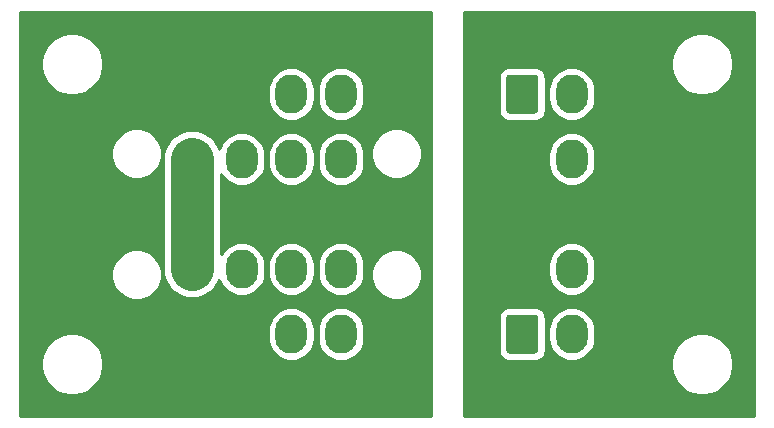
<source format=gbr>
%TF.GenerationSoftware,KiCad,Pcbnew,(5.1.9)-1*%
%TF.CreationDate,2021-11-10T12:24:04-07:00*%
%TF.ProjectId,ABSIS_Bulkhead_Connector,41425349-535f-4427-956c-6b686561645f,rev?*%
%TF.SameCoordinates,Original*%
%TF.FileFunction,Copper,L3,Inr*%
%TF.FilePolarity,Positive*%
%FSLAX46Y46*%
G04 Gerber Fmt 4.6, Leading zero omitted, Abs format (unit mm)*
G04 Created by KiCad (PCBNEW (5.1.9)-1) date 2021-11-10 12:24:04*
%MOMM*%
%LPD*%
G01*
G04 APERTURE LIST*
%TA.AperFunction,ComponentPad*%
%ADD10O,2.700000X3.300000*%
%TD*%
%TA.AperFunction,Conductor*%
%ADD11C,3.657600*%
%TD*%
%TA.AperFunction,Conductor*%
%ADD12C,0.254000*%
%TD*%
%TA.AperFunction,Conductor*%
%ADD13C,0.100000*%
%TD*%
G04 APERTURE END LIST*
D10*
%TO.N,/BL_DATA*%
%TO.C,J4*%
X146440000Y-78320000D03*
%TO.N,/BL_GND*%
X142240000Y-78320000D03*
%TO.N,/BL_+5V*%
X146440000Y-83820000D03*
%TA.AperFunction,ComponentPad*%
G36*
G01*
X140890000Y-85219999D02*
X140890000Y-82420001D01*
G75*
G02*
X141140001Y-82170000I250001J0D01*
G01*
X143339999Y-82170000D01*
G75*
G02*
X143590000Y-82420001I0J-250001D01*
G01*
X143590000Y-85219999D01*
G75*
G02*
X143339999Y-85470000I-250001J0D01*
G01*
X141140001Y-85470000D01*
G75*
G02*
X140890000Y-85219999I0J250001D01*
G01*
G37*
%TD.AperFunction*%
%TD*%
%TO.N,/ABSIS_+12V*%
%TO.C,J3*%
X126900000Y-78320000D03*
%TO.N,/ABSIS_+5V*%
X122700000Y-78320000D03*
X118500000Y-78320000D03*
%TO.N,/ABSIS_+3.3V*%
X114300000Y-78320000D03*
%TO.N,/ABSIS_+12V*%
X126900000Y-83820000D03*
X122700000Y-83820000D03*
%TO.N,/ABSIS_GND*%
X118500000Y-83820000D03*
%TA.AperFunction,ComponentPad*%
G36*
G01*
X112950000Y-85219999D02*
X112950000Y-82420001D01*
G75*
G02*
X113200001Y-82170000I250001J0D01*
G01*
X115399999Y-82170000D01*
G75*
G02*
X115650000Y-82420001I0J-250001D01*
G01*
X115650000Y-85219999D01*
G75*
G02*
X115399999Y-85470000I-250001J0D01*
G01*
X113200001Y-85470000D01*
G75*
G02*
X112950000Y-85219999I0J250001D01*
G01*
G37*
%TD.AperFunction*%
%TD*%
%TO.N,/BL_DATA*%
%TO.C,J2*%
X146440000Y-69000000D03*
%TO.N,/BL_GND*%
X142240000Y-69000000D03*
%TO.N,/BL_+5V*%
X146440000Y-63500000D03*
%TA.AperFunction,ComponentPad*%
G36*
G01*
X140890000Y-64899999D02*
X140890000Y-62100001D01*
G75*
G02*
X141140001Y-61850000I250001J0D01*
G01*
X143339999Y-61850000D01*
G75*
G02*
X143590000Y-62100001I0J-250001D01*
G01*
X143590000Y-64899999D01*
G75*
G02*
X143339999Y-65150000I-250001J0D01*
G01*
X141140001Y-65150000D01*
G75*
G02*
X140890000Y-64899999I0J250001D01*
G01*
G37*
%TD.AperFunction*%
%TD*%
%TO.N,/ABSIS_+12V*%
%TO.C,J1*%
X126900000Y-69000000D03*
%TO.N,/ABSIS_+5V*%
X122700000Y-69000000D03*
X118500000Y-69000000D03*
%TO.N,/ABSIS_+3.3V*%
X114300000Y-69000000D03*
%TO.N,/ABSIS_+12V*%
X126900000Y-63500000D03*
X122700000Y-63500000D03*
%TO.N,/ABSIS_GND*%
X118500000Y-63500000D03*
%TA.AperFunction,ComponentPad*%
G36*
G01*
X112950000Y-64899999D02*
X112950000Y-62100001D01*
G75*
G02*
X113200001Y-61850000I250001J0D01*
G01*
X115399999Y-61850000D01*
G75*
G02*
X115650000Y-62100001I0J-250001D01*
G01*
X115650000Y-64899999D01*
G75*
G02*
X115399999Y-65150000I-250001J0D01*
G01*
X113200001Y-65150000D01*
G75*
G02*
X112950000Y-64899999I0J250001D01*
G01*
G37*
%TD.AperFunction*%
%TD*%
D11*
%TO.N,/ABSIS_+3.3V*%
X114300000Y-78320000D02*
X114300000Y-69000000D01*
%TD*%
D12*
%TO.N,/ABSIS_GND*%
X134493000Y-90780000D02*
X99720000Y-90780000D01*
X99720000Y-86100475D01*
X101505000Y-86100475D01*
X101505000Y-86619525D01*
X101606261Y-87128601D01*
X101804893Y-87608141D01*
X102093262Y-88039715D01*
X102460285Y-88406738D01*
X102891859Y-88695107D01*
X103371399Y-88893739D01*
X103880475Y-88995000D01*
X104399525Y-88995000D01*
X104908601Y-88893739D01*
X105388141Y-88695107D01*
X105819715Y-88406738D01*
X106186738Y-88039715D01*
X106475107Y-87608141D01*
X106673739Y-87128601D01*
X106775000Y-86619525D01*
X106775000Y-86100475D01*
X106673739Y-85591399D01*
X106475107Y-85111859D01*
X106186738Y-84680285D01*
X105819715Y-84313262D01*
X105388141Y-84024893D01*
X104908601Y-83826261D01*
X104399525Y-83725000D01*
X103880475Y-83725000D01*
X103371399Y-83826261D01*
X102891859Y-84024893D01*
X102460285Y-84313262D01*
X102093262Y-84680285D01*
X101804893Y-85111859D01*
X101606261Y-85591399D01*
X101505000Y-86100475D01*
X99720000Y-86100475D01*
X99720000Y-83422491D01*
X120715000Y-83422491D01*
X120715000Y-84217510D01*
X120743722Y-84509128D01*
X120857226Y-84883302D01*
X121041547Y-85228143D01*
X121289603Y-85530398D01*
X121591858Y-85778453D01*
X121936699Y-85962774D01*
X122310873Y-86076278D01*
X122700000Y-86114604D01*
X123089128Y-86076278D01*
X123463302Y-85962774D01*
X123808143Y-85778453D01*
X124110398Y-85530398D01*
X124358453Y-85228143D01*
X124542774Y-84883302D01*
X124656278Y-84509127D01*
X124685000Y-84217509D01*
X124685000Y-83422491D01*
X124915000Y-83422491D01*
X124915000Y-84217510D01*
X124943722Y-84509128D01*
X125057226Y-84883302D01*
X125241547Y-85228143D01*
X125489603Y-85530398D01*
X125791858Y-85778453D01*
X126136699Y-85962774D01*
X126510873Y-86076278D01*
X126900000Y-86114604D01*
X127289128Y-86076278D01*
X127663302Y-85962774D01*
X128008143Y-85778453D01*
X128310398Y-85530398D01*
X128558453Y-85228143D01*
X128742774Y-84883302D01*
X128856278Y-84509127D01*
X128885000Y-84217509D01*
X128885000Y-83422490D01*
X128856278Y-83130872D01*
X128742774Y-82756698D01*
X128558453Y-82411857D01*
X128310398Y-82109602D01*
X128008143Y-81861547D01*
X127663301Y-81677226D01*
X127289127Y-81563722D01*
X126900000Y-81525396D01*
X126510872Y-81563722D01*
X126136698Y-81677226D01*
X125791857Y-81861547D01*
X125489602Y-82109602D01*
X125241547Y-82411857D01*
X125057226Y-82756699D01*
X124943722Y-83130873D01*
X124915000Y-83422491D01*
X124685000Y-83422491D01*
X124685000Y-83422490D01*
X124656278Y-83130872D01*
X124542774Y-82756698D01*
X124358453Y-82411857D01*
X124110398Y-82109602D01*
X123808143Y-81861547D01*
X123463301Y-81677226D01*
X123089127Y-81563722D01*
X122700000Y-81525396D01*
X122310872Y-81563722D01*
X121936698Y-81677226D01*
X121591857Y-81861547D01*
X121289602Y-82109602D01*
X121041547Y-82411857D01*
X120857226Y-82756699D01*
X120743722Y-83130873D01*
X120715000Y-83422491D01*
X99720000Y-83422491D01*
X99720000Y-78569721D01*
X107465000Y-78569721D01*
X107465000Y-78990279D01*
X107547047Y-79402756D01*
X107707988Y-79791302D01*
X107941637Y-80140983D01*
X108239017Y-80438363D01*
X108588698Y-80672012D01*
X108977244Y-80832953D01*
X109389721Y-80915000D01*
X109810279Y-80915000D01*
X110222756Y-80832953D01*
X110611302Y-80672012D01*
X110960983Y-80438363D01*
X111258363Y-80140983D01*
X111492012Y-79791302D01*
X111652953Y-79402756D01*
X111735000Y-78990279D01*
X111735000Y-78569721D01*
X111709403Y-78441036D01*
X111836200Y-78441036D01*
X111871849Y-78802988D01*
X112012732Y-79267416D01*
X112241513Y-79695436D01*
X112549401Y-80070599D01*
X112924563Y-80378487D01*
X113352583Y-80607268D01*
X113817011Y-80748151D01*
X114300000Y-80795721D01*
X114782988Y-80748151D01*
X115247416Y-80607268D01*
X115675436Y-80378487D01*
X116050599Y-80070599D01*
X116358487Y-79695437D01*
X116587268Y-79267417D01*
X116604670Y-79210049D01*
X116657226Y-79383302D01*
X116841547Y-79728143D01*
X117089603Y-80030398D01*
X117391858Y-80278453D01*
X117736699Y-80462774D01*
X118110873Y-80576278D01*
X118500000Y-80614604D01*
X118889128Y-80576278D01*
X119263302Y-80462774D01*
X119608143Y-80278453D01*
X119910398Y-80030398D01*
X120158453Y-79728143D01*
X120342774Y-79383302D01*
X120456278Y-79009127D01*
X120485000Y-78717509D01*
X120485000Y-77922491D01*
X120715000Y-77922491D01*
X120715000Y-78717510D01*
X120743722Y-79009128D01*
X120857226Y-79383302D01*
X121041547Y-79728143D01*
X121289603Y-80030398D01*
X121591858Y-80278453D01*
X121936699Y-80462774D01*
X122310873Y-80576278D01*
X122700000Y-80614604D01*
X123089128Y-80576278D01*
X123463302Y-80462774D01*
X123808143Y-80278453D01*
X124110398Y-80030398D01*
X124358453Y-79728143D01*
X124542774Y-79383302D01*
X124656278Y-79009127D01*
X124685000Y-78717509D01*
X124685000Y-77922491D01*
X124915000Y-77922491D01*
X124915000Y-78717510D01*
X124943722Y-79009128D01*
X125057226Y-79383302D01*
X125241547Y-79728143D01*
X125489603Y-80030398D01*
X125791858Y-80278453D01*
X126136699Y-80462774D01*
X126510873Y-80576278D01*
X126900000Y-80614604D01*
X127289128Y-80576278D01*
X127663302Y-80462774D01*
X128008143Y-80278453D01*
X128310398Y-80030398D01*
X128558453Y-79728143D01*
X128742774Y-79383302D01*
X128856278Y-79009127D01*
X128885000Y-78717509D01*
X128885000Y-78569721D01*
X129465000Y-78569721D01*
X129465000Y-78990279D01*
X129547047Y-79402756D01*
X129707988Y-79791302D01*
X129941637Y-80140983D01*
X130239017Y-80438363D01*
X130588698Y-80672012D01*
X130977244Y-80832953D01*
X131389721Y-80915000D01*
X131810279Y-80915000D01*
X132222756Y-80832953D01*
X132611302Y-80672012D01*
X132960983Y-80438363D01*
X133258363Y-80140983D01*
X133492012Y-79791302D01*
X133652953Y-79402756D01*
X133735000Y-78990279D01*
X133735000Y-78569721D01*
X133652953Y-78157244D01*
X133492012Y-77768698D01*
X133258363Y-77419017D01*
X132960983Y-77121637D01*
X132611302Y-76887988D01*
X132222756Y-76727047D01*
X131810279Y-76645000D01*
X131389721Y-76645000D01*
X130977244Y-76727047D01*
X130588698Y-76887988D01*
X130239017Y-77121637D01*
X129941637Y-77419017D01*
X129707988Y-77768698D01*
X129547047Y-78157244D01*
X129465000Y-78569721D01*
X128885000Y-78569721D01*
X128885000Y-77922490D01*
X128856278Y-77630872D01*
X128742774Y-77256698D01*
X128558453Y-76911857D01*
X128310398Y-76609602D01*
X128008143Y-76361547D01*
X127663301Y-76177226D01*
X127289127Y-76063722D01*
X126900000Y-76025396D01*
X126510872Y-76063722D01*
X126136698Y-76177226D01*
X125791857Y-76361547D01*
X125489602Y-76609602D01*
X125241547Y-76911857D01*
X125057226Y-77256699D01*
X124943722Y-77630873D01*
X124915000Y-77922491D01*
X124685000Y-77922491D01*
X124685000Y-77922490D01*
X124656278Y-77630872D01*
X124542774Y-77256698D01*
X124358453Y-76911857D01*
X124110398Y-76609602D01*
X123808143Y-76361547D01*
X123463301Y-76177226D01*
X123089127Y-76063722D01*
X122700000Y-76025396D01*
X122310872Y-76063722D01*
X121936698Y-76177226D01*
X121591857Y-76361547D01*
X121289602Y-76609602D01*
X121041547Y-76911857D01*
X120857226Y-77256699D01*
X120743722Y-77630873D01*
X120715000Y-77922491D01*
X120485000Y-77922491D01*
X120485000Y-77922490D01*
X120456278Y-77630872D01*
X120342774Y-77256698D01*
X120158453Y-76911857D01*
X119910398Y-76609602D01*
X119608143Y-76361547D01*
X119263301Y-76177226D01*
X118889127Y-76063722D01*
X118500000Y-76025396D01*
X118110872Y-76063722D01*
X117736698Y-76177226D01*
X117391857Y-76361547D01*
X117089602Y-76609602D01*
X116841547Y-76911857D01*
X116763800Y-77057312D01*
X116763800Y-70262688D01*
X116841547Y-70408143D01*
X117089603Y-70710398D01*
X117391858Y-70958453D01*
X117736699Y-71142774D01*
X118110873Y-71256278D01*
X118500000Y-71294604D01*
X118889128Y-71256278D01*
X119263302Y-71142774D01*
X119608143Y-70958453D01*
X119910398Y-70710398D01*
X120158453Y-70408143D01*
X120342774Y-70063302D01*
X120456278Y-69689127D01*
X120485000Y-69397509D01*
X120485000Y-68602491D01*
X120715000Y-68602491D01*
X120715000Y-69397510D01*
X120743722Y-69689128D01*
X120857226Y-70063302D01*
X121041547Y-70408143D01*
X121289603Y-70710398D01*
X121591858Y-70958453D01*
X121936699Y-71142774D01*
X122310873Y-71256278D01*
X122700000Y-71294604D01*
X123089128Y-71256278D01*
X123463302Y-71142774D01*
X123808143Y-70958453D01*
X124110398Y-70710398D01*
X124358453Y-70408143D01*
X124542774Y-70063302D01*
X124656278Y-69689127D01*
X124685000Y-69397509D01*
X124685000Y-68602491D01*
X124915000Y-68602491D01*
X124915000Y-69397510D01*
X124943722Y-69689128D01*
X125057226Y-70063302D01*
X125241547Y-70408143D01*
X125489603Y-70710398D01*
X125791858Y-70958453D01*
X126136699Y-71142774D01*
X126510873Y-71256278D01*
X126900000Y-71294604D01*
X127289128Y-71256278D01*
X127663302Y-71142774D01*
X128008143Y-70958453D01*
X128310398Y-70710398D01*
X128558453Y-70408143D01*
X128742774Y-70063302D01*
X128856278Y-69689127D01*
X128885000Y-69397509D01*
X128885000Y-68602490D01*
X128858135Y-68329721D01*
X129465000Y-68329721D01*
X129465000Y-68750279D01*
X129547047Y-69162756D01*
X129707988Y-69551302D01*
X129941637Y-69900983D01*
X130239017Y-70198363D01*
X130588698Y-70432012D01*
X130977244Y-70592953D01*
X131389721Y-70675000D01*
X131810279Y-70675000D01*
X132222756Y-70592953D01*
X132611302Y-70432012D01*
X132960983Y-70198363D01*
X133258363Y-69900983D01*
X133492012Y-69551302D01*
X133652953Y-69162756D01*
X133735000Y-68750279D01*
X133735000Y-68329721D01*
X133652953Y-67917244D01*
X133492012Y-67528698D01*
X133258363Y-67179017D01*
X132960983Y-66881637D01*
X132611302Y-66647988D01*
X132222756Y-66487047D01*
X131810279Y-66405000D01*
X131389721Y-66405000D01*
X130977244Y-66487047D01*
X130588698Y-66647988D01*
X130239017Y-66881637D01*
X129941637Y-67179017D01*
X129707988Y-67528698D01*
X129547047Y-67917244D01*
X129465000Y-68329721D01*
X128858135Y-68329721D01*
X128856278Y-68310872D01*
X128742774Y-67936698D01*
X128558453Y-67591857D01*
X128310398Y-67289602D01*
X128008143Y-67041547D01*
X127663301Y-66857226D01*
X127289127Y-66743722D01*
X126900000Y-66705396D01*
X126510872Y-66743722D01*
X126136698Y-66857226D01*
X125791857Y-67041547D01*
X125489602Y-67289602D01*
X125241547Y-67591857D01*
X125057226Y-67936699D01*
X124943722Y-68310873D01*
X124915000Y-68602491D01*
X124685000Y-68602491D01*
X124685000Y-68602490D01*
X124656278Y-68310872D01*
X124542774Y-67936698D01*
X124358453Y-67591857D01*
X124110398Y-67289602D01*
X123808143Y-67041547D01*
X123463301Y-66857226D01*
X123089127Y-66743722D01*
X122700000Y-66705396D01*
X122310872Y-66743722D01*
X121936698Y-66857226D01*
X121591857Y-67041547D01*
X121289602Y-67289602D01*
X121041547Y-67591857D01*
X120857226Y-67936699D01*
X120743722Y-68310873D01*
X120715000Y-68602491D01*
X120485000Y-68602491D01*
X120485000Y-68602490D01*
X120456278Y-68310872D01*
X120342774Y-67936698D01*
X120158453Y-67591857D01*
X119910398Y-67289602D01*
X119608143Y-67041547D01*
X119263301Y-66857226D01*
X118889127Y-66743722D01*
X118500000Y-66705396D01*
X118110872Y-66743722D01*
X117736698Y-66857226D01*
X117391857Y-67041547D01*
X117089602Y-67289602D01*
X116841547Y-67591857D01*
X116657226Y-67936699D01*
X116604671Y-68109952D01*
X116587268Y-68052583D01*
X116358487Y-67624563D01*
X116050599Y-67249401D01*
X115675437Y-66941513D01*
X115247417Y-66712732D01*
X114782989Y-66571849D01*
X114300000Y-66524279D01*
X113817012Y-66571849D01*
X113352584Y-66712732D01*
X112924564Y-66941513D01*
X112549402Y-67249401D01*
X112241514Y-67624563D01*
X112012733Y-68052583D01*
X111871850Y-68517011D01*
X111836201Y-68878963D01*
X111836200Y-78441036D01*
X111709403Y-78441036D01*
X111652953Y-78157244D01*
X111492012Y-77768698D01*
X111258363Y-77419017D01*
X110960983Y-77121637D01*
X110611302Y-76887988D01*
X110222756Y-76727047D01*
X109810279Y-76645000D01*
X109389721Y-76645000D01*
X108977244Y-76727047D01*
X108588698Y-76887988D01*
X108239017Y-77121637D01*
X107941637Y-77419017D01*
X107707988Y-77768698D01*
X107547047Y-78157244D01*
X107465000Y-78569721D01*
X99720000Y-78569721D01*
X99720000Y-68329721D01*
X107465000Y-68329721D01*
X107465000Y-68750279D01*
X107547047Y-69162756D01*
X107707988Y-69551302D01*
X107941637Y-69900983D01*
X108239017Y-70198363D01*
X108588698Y-70432012D01*
X108977244Y-70592953D01*
X109389721Y-70675000D01*
X109810279Y-70675000D01*
X110222756Y-70592953D01*
X110611302Y-70432012D01*
X110960983Y-70198363D01*
X111258363Y-69900983D01*
X111492012Y-69551302D01*
X111652953Y-69162756D01*
X111735000Y-68750279D01*
X111735000Y-68329721D01*
X111652953Y-67917244D01*
X111492012Y-67528698D01*
X111258363Y-67179017D01*
X110960983Y-66881637D01*
X110611302Y-66647988D01*
X110222756Y-66487047D01*
X109810279Y-66405000D01*
X109389721Y-66405000D01*
X108977244Y-66487047D01*
X108588698Y-66647988D01*
X108239017Y-66881637D01*
X107941637Y-67179017D01*
X107707988Y-67528698D01*
X107547047Y-67917244D01*
X107465000Y-68329721D01*
X99720000Y-68329721D01*
X99720000Y-60700475D01*
X101505000Y-60700475D01*
X101505000Y-61219525D01*
X101606261Y-61728601D01*
X101804893Y-62208141D01*
X102093262Y-62639715D01*
X102460285Y-63006738D01*
X102891859Y-63295107D01*
X103371399Y-63493739D01*
X103880475Y-63595000D01*
X104399525Y-63595000D01*
X104908601Y-63493739D01*
X105388141Y-63295107D01*
X105676410Y-63102491D01*
X120715000Y-63102491D01*
X120715000Y-63897510D01*
X120743722Y-64189128D01*
X120857226Y-64563302D01*
X121041547Y-64908143D01*
X121289603Y-65210398D01*
X121591858Y-65458453D01*
X121936699Y-65642774D01*
X122310873Y-65756278D01*
X122700000Y-65794604D01*
X123089128Y-65756278D01*
X123463302Y-65642774D01*
X123808143Y-65458453D01*
X124110398Y-65210398D01*
X124358453Y-64908143D01*
X124542774Y-64563302D01*
X124656278Y-64189127D01*
X124685000Y-63897509D01*
X124685000Y-63102491D01*
X124915000Y-63102491D01*
X124915000Y-63897510D01*
X124943722Y-64189128D01*
X125057226Y-64563302D01*
X125241547Y-64908143D01*
X125489603Y-65210398D01*
X125791858Y-65458453D01*
X126136699Y-65642774D01*
X126510873Y-65756278D01*
X126900000Y-65794604D01*
X127289128Y-65756278D01*
X127663302Y-65642774D01*
X128008143Y-65458453D01*
X128310398Y-65210398D01*
X128558453Y-64908143D01*
X128742774Y-64563302D01*
X128856278Y-64189127D01*
X128885000Y-63897509D01*
X128885000Y-63102490D01*
X128856278Y-62810872D01*
X128742774Y-62436698D01*
X128558453Y-62091857D01*
X128310398Y-61789602D01*
X128008143Y-61541547D01*
X127663301Y-61357226D01*
X127289127Y-61243722D01*
X126900000Y-61205396D01*
X126510872Y-61243722D01*
X126136698Y-61357226D01*
X125791857Y-61541547D01*
X125489602Y-61789602D01*
X125241547Y-62091857D01*
X125057226Y-62436699D01*
X124943722Y-62810873D01*
X124915000Y-63102491D01*
X124685000Y-63102491D01*
X124685000Y-63102490D01*
X124656278Y-62810872D01*
X124542774Y-62436698D01*
X124358453Y-62091857D01*
X124110398Y-61789602D01*
X123808143Y-61541547D01*
X123463301Y-61357226D01*
X123089127Y-61243722D01*
X122700000Y-61205396D01*
X122310872Y-61243722D01*
X121936698Y-61357226D01*
X121591857Y-61541547D01*
X121289602Y-61789602D01*
X121041547Y-62091857D01*
X120857226Y-62436699D01*
X120743722Y-62810873D01*
X120715000Y-63102491D01*
X105676410Y-63102491D01*
X105819715Y-63006738D01*
X106186738Y-62639715D01*
X106475107Y-62208141D01*
X106673739Y-61728601D01*
X106775000Y-61219525D01*
X106775000Y-60700475D01*
X106673739Y-60191399D01*
X106475107Y-59711859D01*
X106186738Y-59280285D01*
X105819715Y-58913262D01*
X105388141Y-58624893D01*
X104908601Y-58426261D01*
X104399525Y-58325000D01*
X103880475Y-58325000D01*
X103371399Y-58426261D01*
X102891859Y-58624893D01*
X102460285Y-58913262D01*
X102093262Y-59280285D01*
X101804893Y-59711859D01*
X101606261Y-60191399D01*
X101505000Y-60700475D01*
X99720000Y-60700475D01*
X99720000Y-56540000D01*
X134493000Y-56540000D01*
X134493000Y-90780000D01*
%TA.AperFunction,Conductor*%
D13*
G36*
X134493000Y-90780000D02*
G01*
X99720000Y-90780000D01*
X99720000Y-86100475D01*
X101505000Y-86100475D01*
X101505000Y-86619525D01*
X101606261Y-87128601D01*
X101804893Y-87608141D01*
X102093262Y-88039715D01*
X102460285Y-88406738D01*
X102891859Y-88695107D01*
X103371399Y-88893739D01*
X103880475Y-88995000D01*
X104399525Y-88995000D01*
X104908601Y-88893739D01*
X105388141Y-88695107D01*
X105819715Y-88406738D01*
X106186738Y-88039715D01*
X106475107Y-87608141D01*
X106673739Y-87128601D01*
X106775000Y-86619525D01*
X106775000Y-86100475D01*
X106673739Y-85591399D01*
X106475107Y-85111859D01*
X106186738Y-84680285D01*
X105819715Y-84313262D01*
X105388141Y-84024893D01*
X104908601Y-83826261D01*
X104399525Y-83725000D01*
X103880475Y-83725000D01*
X103371399Y-83826261D01*
X102891859Y-84024893D01*
X102460285Y-84313262D01*
X102093262Y-84680285D01*
X101804893Y-85111859D01*
X101606261Y-85591399D01*
X101505000Y-86100475D01*
X99720000Y-86100475D01*
X99720000Y-83422491D01*
X120715000Y-83422491D01*
X120715000Y-84217510D01*
X120743722Y-84509128D01*
X120857226Y-84883302D01*
X121041547Y-85228143D01*
X121289603Y-85530398D01*
X121591858Y-85778453D01*
X121936699Y-85962774D01*
X122310873Y-86076278D01*
X122700000Y-86114604D01*
X123089128Y-86076278D01*
X123463302Y-85962774D01*
X123808143Y-85778453D01*
X124110398Y-85530398D01*
X124358453Y-85228143D01*
X124542774Y-84883302D01*
X124656278Y-84509127D01*
X124685000Y-84217509D01*
X124685000Y-83422491D01*
X124915000Y-83422491D01*
X124915000Y-84217510D01*
X124943722Y-84509128D01*
X125057226Y-84883302D01*
X125241547Y-85228143D01*
X125489603Y-85530398D01*
X125791858Y-85778453D01*
X126136699Y-85962774D01*
X126510873Y-86076278D01*
X126900000Y-86114604D01*
X127289128Y-86076278D01*
X127663302Y-85962774D01*
X128008143Y-85778453D01*
X128310398Y-85530398D01*
X128558453Y-85228143D01*
X128742774Y-84883302D01*
X128856278Y-84509127D01*
X128885000Y-84217509D01*
X128885000Y-83422490D01*
X128856278Y-83130872D01*
X128742774Y-82756698D01*
X128558453Y-82411857D01*
X128310398Y-82109602D01*
X128008143Y-81861547D01*
X127663301Y-81677226D01*
X127289127Y-81563722D01*
X126900000Y-81525396D01*
X126510872Y-81563722D01*
X126136698Y-81677226D01*
X125791857Y-81861547D01*
X125489602Y-82109602D01*
X125241547Y-82411857D01*
X125057226Y-82756699D01*
X124943722Y-83130873D01*
X124915000Y-83422491D01*
X124685000Y-83422491D01*
X124685000Y-83422490D01*
X124656278Y-83130872D01*
X124542774Y-82756698D01*
X124358453Y-82411857D01*
X124110398Y-82109602D01*
X123808143Y-81861547D01*
X123463301Y-81677226D01*
X123089127Y-81563722D01*
X122700000Y-81525396D01*
X122310872Y-81563722D01*
X121936698Y-81677226D01*
X121591857Y-81861547D01*
X121289602Y-82109602D01*
X121041547Y-82411857D01*
X120857226Y-82756699D01*
X120743722Y-83130873D01*
X120715000Y-83422491D01*
X99720000Y-83422491D01*
X99720000Y-78569721D01*
X107465000Y-78569721D01*
X107465000Y-78990279D01*
X107547047Y-79402756D01*
X107707988Y-79791302D01*
X107941637Y-80140983D01*
X108239017Y-80438363D01*
X108588698Y-80672012D01*
X108977244Y-80832953D01*
X109389721Y-80915000D01*
X109810279Y-80915000D01*
X110222756Y-80832953D01*
X110611302Y-80672012D01*
X110960983Y-80438363D01*
X111258363Y-80140983D01*
X111492012Y-79791302D01*
X111652953Y-79402756D01*
X111735000Y-78990279D01*
X111735000Y-78569721D01*
X111709403Y-78441036D01*
X111836200Y-78441036D01*
X111871849Y-78802988D01*
X112012732Y-79267416D01*
X112241513Y-79695436D01*
X112549401Y-80070599D01*
X112924563Y-80378487D01*
X113352583Y-80607268D01*
X113817011Y-80748151D01*
X114300000Y-80795721D01*
X114782988Y-80748151D01*
X115247416Y-80607268D01*
X115675436Y-80378487D01*
X116050599Y-80070599D01*
X116358487Y-79695437D01*
X116587268Y-79267417D01*
X116604670Y-79210049D01*
X116657226Y-79383302D01*
X116841547Y-79728143D01*
X117089603Y-80030398D01*
X117391858Y-80278453D01*
X117736699Y-80462774D01*
X118110873Y-80576278D01*
X118500000Y-80614604D01*
X118889128Y-80576278D01*
X119263302Y-80462774D01*
X119608143Y-80278453D01*
X119910398Y-80030398D01*
X120158453Y-79728143D01*
X120342774Y-79383302D01*
X120456278Y-79009127D01*
X120485000Y-78717509D01*
X120485000Y-77922491D01*
X120715000Y-77922491D01*
X120715000Y-78717510D01*
X120743722Y-79009128D01*
X120857226Y-79383302D01*
X121041547Y-79728143D01*
X121289603Y-80030398D01*
X121591858Y-80278453D01*
X121936699Y-80462774D01*
X122310873Y-80576278D01*
X122700000Y-80614604D01*
X123089128Y-80576278D01*
X123463302Y-80462774D01*
X123808143Y-80278453D01*
X124110398Y-80030398D01*
X124358453Y-79728143D01*
X124542774Y-79383302D01*
X124656278Y-79009127D01*
X124685000Y-78717509D01*
X124685000Y-77922491D01*
X124915000Y-77922491D01*
X124915000Y-78717510D01*
X124943722Y-79009128D01*
X125057226Y-79383302D01*
X125241547Y-79728143D01*
X125489603Y-80030398D01*
X125791858Y-80278453D01*
X126136699Y-80462774D01*
X126510873Y-80576278D01*
X126900000Y-80614604D01*
X127289128Y-80576278D01*
X127663302Y-80462774D01*
X128008143Y-80278453D01*
X128310398Y-80030398D01*
X128558453Y-79728143D01*
X128742774Y-79383302D01*
X128856278Y-79009127D01*
X128885000Y-78717509D01*
X128885000Y-78569721D01*
X129465000Y-78569721D01*
X129465000Y-78990279D01*
X129547047Y-79402756D01*
X129707988Y-79791302D01*
X129941637Y-80140983D01*
X130239017Y-80438363D01*
X130588698Y-80672012D01*
X130977244Y-80832953D01*
X131389721Y-80915000D01*
X131810279Y-80915000D01*
X132222756Y-80832953D01*
X132611302Y-80672012D01*
X132960983Y-80438363D01*
X133258363Y-80140983D01*
X133492012Y-79791302D01*
X133652953Y-79402756D01*
X133735000Y-78990279D01*
X133735000Y-78569721D01*
X133652953Y-78157244D01*
X133492012Y-77768698D01*
X133258363Y-77419017D01*
X132960983Y-77121637D01*
X132611302Y-76887988D01*
X132222756Y-76727047D01*
X131810279Y-76645000D01*
X131389721Y-76645000D01*
X130977244Y-76727047D01*
X130588698Y-76887988D01*
X130239017Y-77121637D01*
X129941637Y-77419017D01*
X129707988Y-77768698D01*
X129547047Y-78157244D01*
X129465000Y-78569721D01*
X128885000Y-78569721D01*
X128885000Y-77922490D01*
X128856278Y-77630872D01*
X128742774Y-77256698D01*
X128558453Y-76911857D01*
X128310398Y-76609602D01*
X128008143Y-76361547D01*
X127663301Y-76177226D01*
X127289127Y-76063722D01*
X126900000Y-76025396D01*
X126510872Y-76063722D01*
X126136698Y-76177226D01*
X125791857Y-76361547D01*
X125489602Y-76609602D01*
X125241547Y-76911857D01*
X125057226Y-77256699D01*
X124943722Y-77630873D01*
X124915000Y-77922491D01*
X124685000Y-77922491D01*
X124685000Y-77922490D01*
X124656278Y-77630872D01*
X124542774Y-77256698D01*
X124358453Y-76911857D01*
X124110398Y-76609602D01*
X123808143Y-76361547D01*
X123463301Y-76177226D01*
X123089127Y-76063722D01*
X122700000Y-76025396D01*
X122310872Y-76063722D01*
X121936698Y-76177226D01*
X121591857Y-76361547D01*
X121289602Y-76609602D01*
X121041547Y-76911857D01*
X120857226Y-77256699D01*
X120743722Y-77630873D01*
X120715000Y-77922491D01*
X120485000Y-77922491D01*
X120485000Y-77922490D01*
X120456278Y-77630872D01*
X120342774Y-77256698D01*
X120158453Y-76911857D01*
X119910398Y-76609602D01*
X119608143Y-76361547D01*
X119263301Y-76177226D01*
X118889127Y-76063722D01*
X118500000Y-76025396D01*
X118110872Y-76063722D01*
X117736698Y-76177226D01*
X117391857Y-76361547D01*
X117089602Y-76609602D01*
X116841547Y-76911857D01*
X116763800Y-77057312D01*
X116763800Y-70262688D01*
X116841547Y-70408143D01*
X117089603Y-70710398D01*
X117391858Y-70958453D01*
X117736699Y-71142774D01*
X118110873Y-71256278D01*
X118500000Y-71294604D01*
X118889128Y-71256278D01*
X119263302Y-71142774D01*
X119608143Y-70958453D01*
X119910398Y-70710398D01*
X120158453Y-70408143D01*
X120342774Y-70063302D01*
X120456278Y-69689127D01*
X120485000Y-69397509D01*
X120485000Y-68602491D01*
X120715000Y-68602491D01*
X120715000Y-69397510D01*
X120743722Y-69689128D01*
X120857226Y-70063302D01*
X121041547Y-70408143D01*
X121289603Y-70710398D01*
X121591858Y-70958453D01*
X121936699Y-71142774D01*
X122310873Y-71256278D01*
X122700000Y-71294604D01*
X123089128Y-71256278D01*
X123463302Y-71142774D01*
X123808143Y-70958453D01*
X124110398Y-70710398D01*
X124358453Y-70408143D01*
X124542774Y-70063302D01*
X124656278Y-69689127D01*
X124685000Y-69397509D01*
X124685000Y-68602491D01*
X124915000Y-68602491D01*
X124915000Y-69397510D01*
X124943722Y-69689128D01*
X125057226Y-70063302D01*
X125241547Y-70408143D01*
X125489603Y-70710398D01*
X125791858Y-70958453D01*
X126136699Y-71142774D01*
X126510873Y-71256278D01*
X126900000Y-71294604D01*
X127289128Y-71256278D01*
X127663302Y-71142774D01*
X128008143Y-70958453D01*
X128310398Y-70710398D01*
X128558453Y-70408143D01*
X128742774Y-70063302D01*
X128856278Y-69689127D01*
X128885000Y-69397509D01*
X128885000Y-68602490D01*
X128858135Y-68329721D01*
X129465000Y-68329721D01*
X129465000Y-68750279D01*
X129547047Y-69162756D01*
X129707988Y-69551302D01*
X129941637Y-69900983D01*
X130239017Y-70198363D01*
X130588698Y-70432012D01*
X130977244Y-70592953D01*
X131389721Y-70675000D01*
X131810279Y-70675000D01*
X132222756Y-70592953D01*
X132611302Y-70432012D01*
X132960983Y-70198363D01*
X133258363Y-69900983D01*
X133492012Y-69551302D01*
X133652953Y-69162756D01*
X133735000Y-68750279D01*
X133735000Y-68329721D01*
X133652953Y-67917244D01*
X133492012Y-67528698D01*
X133258363Y-67179017D01*
X132960983Y-66881637D01*
X132611302Y-66647988D01*
X132222756Y-66487047D01*
X131810279Y-66405000D01*
X131389721Y-66405000D01*
X130977244Y-66487047D01*
X130588698Y-66647988D01*
X130239017Y-66881637D01*
X129941637Y-67179017D01*
X129707988Y-67528698D01*
X129547047Y-67917244D01*
X129465000Y-68329721D01*
X128858135Y-68329721D01*
X128856278Y-68310872D01*
X128742774Y-67936698D01*
X128558453Y-67591857D01*
X128310398Y-67289602D01*
X128008143Y-67041547D01*
X127663301Y-66857226D01*
X127289127Y-66743722D01*
X126900000Y-66705396D01*
X126510872Y-66743722D01*
X126136698Y-66857226D01*
X125791857Y-67041547D01*
X125489602Y-67289602D01*
X125241547Y-67591857D01*
X125057226Y-67936699D01*
X124943722Y-68310873D01*
X124915000Y-68602491D01*
X124685000Y-68602491D01*
X124685000Y-68602490D01*
X124656278Y-68310872D01*
X124542774Y-67936698D01*
X124358453Y-67591857D01*
X124110398Y-67289602D01*
X123808143Y-67041547D01*
X123463301Y-66857226D01*
X123089127Y-66743722D01*
X122700000Y-66705396D01*
X122310872Y-66743722D01*
X121936698Y-66857226D01*
X121591857Y-67041547D01*
X121289602Y-67289602D01*
X121041547Y-67591857D01*
X120857226Y-67936699D01*
X120743722Y-68310873D01*
X120715000Y-68602491D01*
X120485000Y-68602491D01*
X120485000Y-68602490D01*
X120456278Y-68310872D01*
X120342774Y-67936698D01*
X120158453Y-67591857D01*
X119910398Y-67289602D01*
X119608143Y-67041547D01*
X119263301Y-66857226D01*
X118889127Y-66743722D01*
X118500000Y-66705396D01*
X118110872Y-66743722D01*
X117736698Y-66857226D01*
X117391857Y-67041547D01*
X117089602Y-67289602D01*
X116841547Y-67591857D01*
X116657226Y-67936699D01*
X116604671Y-68109952D01*
X116587268Y-68052583D01*
X116358487Y-67624563D01*
X116050599Y-67249401D01*
X115675437Y-66941513D01*
X115247417Y-66712732D01*
X114782989Y-66571849D01*
X114300000Y-66524279D01*
X113817012Y-66571849D01*
X113352584Y-66712732D01*
X112924564Y-66941513D01*
X112549402Y-67249401D01*
X112241514Y-67624563D01*
X112012733Y-68052583D01*
X111871850Y-68517011D01*
X111836201Y-68878963D01*
X111836200Y-78441036D01*
X111709403Y-78441036D01*
X111652953Y-78157244D01*
X111492012Y-77768698D01*
X111258363Y-77419017D01*
X110960983Y-77121637D01*
X110611302Y-76887988D01*
X110222756Y-76727047D01*
X109810279Y-76645000D01*
X109389721Y-76645000D01*
X108977244Y-76727047D01*
X108588698Y-76887988D01*
X108239017Y-77121637D01*
X107941637Y-77419017D01*
X107707988Y-77768698D01*
X107547047Y-78157244D01*
X107465000Y-78569721D01*
X99720000Y-78569721D01*
X99720000Y-68329721D01*
X107465000Y-68329721D01*
X107465000Y-68750279D01*
X107547047Y-69162756D01*
X107707988Y-69551302D01*
X107941637Y-69900983D01*
X108239017Y-70198363D01*
X108588698Y-70432012D01*
X108977244Y-70592953D01*
X109389721Y-70675000D01*
X109810279Y-70675000D01*
X110222756Y-70592953D01*
X110611302Y-70432012D01*
X110960983Y-70198363D01*
X111258363Y-69900983D01*
X111492012Y-69551302D01*
X111652953Y-69162756D01*
X111735000Y-68750279D01*
X111735000Y-68329721D01*
X111652953Y-67917244D01*
X111492012Y-67528698D01*
X111258363Y-67179017D01*
X110960983Y-66881637D01*
X110611302Y-66647988D01*
X110222756Y-66487047D01*
X109810279Y-66405000D01*
X109389721Y-66405000D01*
X108977244Y-66487047D01*
X108588698Y-66647988D01*
X108239017Y-66881637D01*
X107941637Y-67179017D01*
X107707988Y-67528698D01*
X107547047Y-67917244D01*
X107465000Y-68329721D01*
X99720000Y-68329721D01*
X99720000Y-60700475D01*
X101505000Y-60700475D01*
X101505000Y-61219525D01*
X101606261Y-61728601D01*
X101804893Y-62208141D01*
X102093262Y-62639715D01*
X102460285Y-63006738D01*
X102891859Y-63295107D01*
X103371399Y-63493739D01*
X103880475Y-63595000D01*
X104399525Y-63595000D01*
X104908601Y-63493739D01*
X105388141Y-63295107D01*
X105676410Y-63102491D01*
X120715000Y-63102491D01*
X120715000Y-63897510D01*
X120743722Y-64189128D01*
X120857226Y-64563302D01*
X121041547Y-64908143D01*
X121289603Y-65210398D01*
X121591858Y-65458453D01*
X121936699Y-65642774D01*
X122310873Y-65756278D01*
X122700000Y-65794604D01*
X123089128Y-65756278D01*
X123463302Y-65642774D01*
X123808143Y-65458453D01*
X124110398Y-65210398D01*
X124358453Y-64908143D01*
X124542774Y-64563302D01*
X124656278Y-64189127D01*
X124685000Y-63897509D01*
X124685000Y-63102491D01*
X124915000Y-63102491D01*
X124915000Y-63897510D01*
X124943722Y-64189128D01*
X125057226Y-64563302D01*
X125241547Y-64908143D01*
X125489603Y-65210398D01*
X125791858Y-65458453D01*
X126136699Y-65642774D01*
X126510873Y-65756278D01*
X126900000Y-65794604D01*
X127289128Y-65756278D01*
X127663302Y-65642774D01*
X128008143Y-65458453D01*
X128310398Y-65210398D01*
X128558453Y-64908143D01*
X128742774Y-64563302D01*
X128856278Y-64189127D01*
X128885000Y-63897509D01*
X128885000Y-63102490D01*
X128856278Y-62810872D01*
X128742774Y-62436698D01*
X128558453Y-62091857D01*
X128310398Y-61789602D01*
X128008143Y-61541547D01*
X127663301Y-61357226D01*
X127289127Y-61243722D01*
X126900000Y-61205396D01*
X126510872Y-61243722D01*
X126136698Y-61357226D01*
X125791857Y-61541547D01*
X125489602Y-61789602D01*
X125241547Y-62091857D01*
X125057226Y-62436699D01*
X124943722Y-62810873D01*
X124915000Y-63102491D01*
X124685000Y-63102491D01*
X124685000Y-63102490D01*
X124656278Y-62810872D01*
X124542774Y-62436698D01*
X124358453Y-62091857D01*
X124110398Y-61789602D01*
X123808143Y-61541547D01*
X123463301Y-61357226D01*
X123089127Y-61243722D01*
X122700000Y-61205396D01*
X122310872Y-61243722D01*
X121936698Y-61357226D01*
X121591857Y-61541547D01*
X121289602Y-61789602D01*
X121041547Y-62091857D01*
X120857226Y-62436699D01*
X120743722Y-62810873D01*
X120715000Y-63102491D01*
X105676410Y-63102491D01*
X105819715Y-63006738D01*
X106186738Y-62639715D01*
X106475107Y-62208141D01*
X106673739Y-61728601D01*
X106775000Y-61219525D01*
X106775000Y-60700475D01*
X106673739Y-60191399D01*
X106475107Y-59711859D01*
X106186738Y-59280285D01*
X105819715Y-58913262D01*
X105388141Y-58624893D01*
X104908601Y-58426261D01*
X104399525Y-58325000D01*
X103880475Y-58325000D01*
X103371399Y-58426261D01*
X102891859Y-58624893D01*
X102460285Y-58913262D01*
X102093262Y-59280285D01*
X101804893Y-59711859D01*
X101606261Y-60191399D01*
X101505000Y-60700475D01*
X99720000Y-60700475D01*
X99720000Y-56540000D01*
X134493000Y-56540000D01*
X134493000Y-90780000D01*
G37*
%TD.AperFunction*%
%TD*%
D12*
%TO.N,/BL_GND*%
X161900001Y-90780000D02*
X137287000Y-90780000D01*
X137287000Y-82420001D01*
X140251928Y-82420001D01*
X140251928Y-85219999D01*
X140268992Y-85393253D01*
X140319529Y-85559850D01*
X140401595Y-85713386D01*
X140512039Y-85847961D01*
X140646614Y-85958405D01*
X140800150Y-86040471D01*
X140966747Y-86091008D01*
X141140001Y-86108072D01*
X143339999Y-86108072D01*
X143513253Y-86091008D01*
X143679850Y-86040471D01*
X143833386Y-85958405D01*
X143967961Y-85847961D01*
X144078405Y-85713386D01*
X144160471Y-85559850D01*
X144211008Y-85393253D01*
X144228072Y-85219999D01*
X144228072Y-83422491D01*
X144455000Y-83422491D01*
X144455000Y-84217510D01*
X144483722Y-84509128D01*
X144597226Y-84883302D01*
X144781547Y-85228143D01*
X145029603Y-85530398D01*
X145331858Y-85778453D01*
X145676699Y-85962774D01*
X146050873Y-86076278D01*
X146440000Y-86114604D01*
X146583453Y-86100475D01*
X154845000Y-86100475D01*
X154845000Y-86619525D01*
X154946261Y-87128601D01*
X155144893Y-87608141D01*
X155433262Y-88039715D01*
X155800285Y-88406738D01*
X156231859Y-88695107D01*
X156711399Y-88893739D01*
X157220475Y-88995000D01*
X157739525Y-88995000D01*
X158248601Y-88893739D01*
X158728141Y-88695107D01*
X159159715Y-88406738D01*
X159526738Y-88039715D01*
X159815107Y-87608141D01*
X160013739Y-87128601D01*
X160115000Y-86619525D01*
X160115000Y-86100475D01*
X160013739Y-85591399D01*
X159815107Y-85111859D01*
X159526738Y-84680285D01*
X159159715Y-84313262D01*
X158728141Y-84024893D01*
X158248601Y-83826261D01*
X157739525Y-83725000D01*
X157220475Y-83725000D01*
X156711399Y-83826261D01*
X156231859Y-84024893D01*
X155800285Y-84313262D01*
X155433262Y-84680285D01*
X155144893Y-85111859D01*
X154946261Y-85591399D01*
X154845000Y-86100475D01*
X146583453Y-86100475D01*
X146829128Y-86076278D01*
X147203302Y-85962774D01*
X147548143Y-85778453D01*
X147850398Y-85530398D01*
X148098453Y-85228143D01*
X148282774Y-84883302D01*
X148396278Y-84509127D01*
X148425000Y-84217509D01*
X148425000Y-83422490D01*
X148396278Y-83130872D01*
X148282774Y-82756698D01*
X148098453Y-82411857D01*
X147850398Y-82109602D01*
X147548143Y-81861547D01*
X147203301Y-81677226D01*
X146829127Y-81563722D01*
X146440000Y-81525396D01*
X146050872Y-81563722D01*
X145676698Y-81677226D01*
X145331857Y-81861547D01*
X145029602Y-82109602D01*
X144781547Y-82411857D01*
X144597226Y-82756699D01*
X144483722Y-83130873D01*
X144455000Y-83422491D01*
X144228072Y-83422491D01*
X144228072Y-82420001D01*
X144211008Y-82246747D01*
X144160471Y-82080150D01*
X144078405Y-81926614D01*
X143967961Y-81792039D01*
X143833386Y-81681595D01*
X143679850Y-81599529D01*
X143513253Y-81548992D01*
X143339999Y-81531928D01*
X141140001Y-81531928D01*
X140966747Y-81548992D01*
X140800150Y-81599529D01*
X140646614Y-81681595D01*
X140512039Y-81792039D01*
X140401595Y-81926614D01*
X140319529Y-82080150D01*
X140268992Y-82246747D01*
X140251928Y-82420001D01*
X137287000Y-82420001D01*
X137287000Y-77922491D01*
X144455000Y-77922491D01*
X144455000Y-78717510D01*
X144483722Y-79009128D01*
X144597226Y-79383302D01*
X144781547Y-79728143D01*
X145029603Y-80030398D01*
X145331858Y-80278453D01*
X145676699Y-80462774D01*
X146050873Y-80576278D01*
X146440000Y-80614604D01*
X146829128Y-80576278D01*
X147203302Y-80462774D01*
X147548143Y-80278453D01*
X147850398Y-80030398D01*
X148098453Y-79728143D01*
X148282774Y-79383302D01*
X148396278Y-79009127D01*
X148425000Y-78717509D01*
X148425000Y-77922490D01*
X148396278Y-77630872D01*
X148282774Y-77256698D01*
X148098453Y-76911857D01*
X147850398Y-76609602D01*
X147548143Y-76361547D01*
X147203301Y-76177226D01*
X146829127Y-76063722D01*
X146440000Y-76025396D01*
X146050872Y-76063722D01*
X145676698Y-76177226D01*
X145331857Y-76361547D01*
X145029602Y-76609602D01*
X144781547Y-76911857D01*
X144597226Y-77256699D01*
X144483722Y-77630873D01*
X144455000Y-77922491D01*
X137287000Y-77922491D01*
X137287000Y-68602491D01*
X144455000Y-68602491D01*
X144455000Y-69397510D01*
X144483722Y-69689128D01*
X144597226Y-70063302D01*
X144781547Y-70408143D01*
X145029603Y-70710398D01*
X145331858Y-70958453D01*
X145676699Y-71142774D01*
X146050873Y-71256278D01*
X146440000Y-71294604D01*
X146829128Y-71256278D01*
X147203302Y-71142774D01*
X147548143Y-70958453D01*
X147850398Y-70710398D01*
X148098453Y-70408143D01*
X148282774Y-70063302D01*
X148396278Y-69689127D01*
X148425000Y-69397509D01*
X148425000Y-68602490D01*
X148396278Y-68310872D01*
X148282774Y-67936698D01*
X148098453Y-67591857D01*
X147850398Y-67289602D01*
X147548143Y-67041547D01*
X147203301Y-66857226D01*
X146829127Y-66743722D01*
X146440000Y-66705396D01*
X146050872Y-66743722D01*
X145676698Y-66857226D01*
X145331857Y-67041547D01*
X145029602Y-67289602D01*
X144781547Y-67591857D01*
X144597226Y-67936699D01*
X144483722Y-68310873D01*
X144455000Y-68602491D01*
X137287000Y-68602491D01*
X137287000Y-62100001D01*
X140251928Y-62100001D01*
X140251928Y-64899999D01*
X140268992Y-65073253D01*
X140319529Y-65239850D01*
X140401595Y-65393386D01*
X140512039Y-65527961D01*
X140646614Y-65638405D01*
X140800150Y-65720471D01*
X140966747Y-65771008D01*
X141140001Y-65788072D01*
X143339999Y-65788072D01*
X143513253Y-65771008D01*
X143679850Y-65720471D01*
X143833386Y-65638405D01*
X143967961Y-65527961D01*
X144078405Y-65393386D01*
X144160471Y-65239850D01*
X144211008Y-65073253D01*
X144228072Y-64899999D01*
X144228072Y-63102491D01*
X144455000Y-63102491D01*
X144455000Y-63897510D01*
X144483722Y-64189128D01*
X144597226Y-64563302D01*
X144781547Y-64908143D01*
X145029603Y-65210398D01*
X145331858Y-65458453D01*
X145676699Y-65642774D01*
X146050873Y-65756278D01*
X146440000Y-65794604D01*
X146829128Y-65756278D01*
X147203302Y-65642774D01*
X147548143Y-65458453D01*
X147850398Y-65210398D01*
X148098453Y-64908143D01*
X148282774Y-64563302D01*
X148396278Y-64189127D01*
X148425000Y-63897509D01*
X148425000Y-63102490D01*
X148396278Y-62810872D01*
X148282774Y-62436698D01*
X148098453Y-62091857D01*
X147850398Y-61789602D01*
X147548143Y-61541547D01*
X147203301Y-61357226D01*
X146829127Y-61243722D01*
X146440000Y-61205396D01*
X146050872Y-61243722D01*
X145676698Y-61357226D01*
X145331857Y-61541547D01*
X145029602Y-61789602D01*
X144781547Y-62091857D01*
X144597226Y-62436699D01*
X144483722Y-62810873D01*
X144455000Y-63102491D01*
X144228072Y-63102491D01*
X144228072Y-62100001D01*
X144211008Y-61926747D01*
X144160471Y-61760150D01*
X144078405Y-61606614D01*
X143967961Y-61472039D01*
X143833386Y-61361595D01*
X143679850Y-61279529D01*
X143513253Y-61228992D01*
X143339999Y-61211928D01*
X141140001Y-61211928D01*
X140966747Y-61228992D01*
X140800150Y-61279529D01*
X140646614Y-61361595D01*
X140512039Y-61472039D01*
X140401595Y-61606614D01*
X140319529Y-61760150D01*
X140268992Y-61926747D01*
X140251928Y-62100001D01*
X137287000Y-62100001D01*
X137287000Y-60700475D01*
X154845000Y-60700475D01*
X154845000Y-61219525D01*
X154946261Y-61728601D01*
X155144893Y-62208141D01*
X155433262Y-62639715D01*
X155800285Y-63006738D01*
X156231859Y-63295107D01*
X156711399Y-63493739D01*
X157220475Y-63595000D01*
X157739525Y-63595000D01*
X158248601Y-63493739D01*
X158728141Y-63295107D01*
X159159715Y-63006738D01*
X159526738Y-62639715D01*
X159815107Y-62208141D01*
X160013739Y-61728601D01*
X160115000Y-61219525D01*
X160115000Y-60700475D01*
X160013739Y-60191399D01*
X159815107Y-59711859D01*
X159526738Y-59280285D01*
X159159715Y-58913262D01*
X158728141Y-58624893D01*
X158248601Y-58426261D01*
X157739525Y-58325000D01*
X157220475Y-58325000D01*
X156711399Y-58426261D01*
X156231859Y-58624893D01*
X155800285Y-58913262D01*
X155433262Y-59280285D01*
X155144893Y-59711859D01*
X154946261Y-60191399D01*
X154845000Y-60700475D01*
X137287000Y-60700475D01*
X137287000Y-56540000D01*
X161900000Y-56540000D01*
X161900001Y-90780000D01*
%TA.AperFunction,Conductor*%
D13*
G36*
X161900001Y-90780000D02*
G01*
X137287000Y-90780000D01*
X137287000Y-82420001D01*
X140251928Y-82420001D01*
X140251928Y-85219999D01*
X140268992Y-85393253D01*
X140319529Y-85559850D01*
X140401595Y-85713386D01*
X140512039Y-85847961D01*
X140646614Y-85958405D01*
X140800150Y-86040471D01*
X140966747Y-86091008D01*
X141140001Y-86108072D01*
X143339999Y-86108072D01*
X143513253Y-86091008D01*
X143679850Y-86040471D01*
X143833386Y-85958405D01*
X143967961Y-85847961D01*
X144078405Y-85713386D01*
X144160471Y-85559850D01*
X144211008Y-85393253D01*
X144228072Y-85219999D01*
X144228072Y-83422491D01*
X144455000Y-83422491D01*
X144455000Y-84217510D01*
X144483722Y-84509128D01*
X144597226Y-84883302D01*
X144781547Y-85228143D01*
X145029603Y-85530398D01*
X145331858Y-85778453D01*
X145676699Y-85962774D01*
X146050873Y-86076278D01*
X146440000Y-86114604D01*
X146583453Y-86100475D01*
X154845000Y-86100475D01*
X154845000Y-86619525D01*
X154946261Y-87128601D01*
X155144893Y-87608141D01*
X155433262Y-88039715D01*
X155800285Y-88406738D01*
X156231859Y-88695107D01*
X156711399Y-88893739D01*
X157220475Y-88995000D01*
X157739525Y-88995000D01*
X158248601Y-88893739D01*
X158728141Y-88695107D01*
X159159715Y-88406738D01*
X159526738Y-88039715D01*
X159815107Y-87608141D01*
X160013739Y-87128601D01*
X160115000Y-86619525D01*
X160115000Y-86100475D01*
X160013739Y-85591399D01*
X159815107Y-85111859D01*
X159526738Y-84680285D01*
X159159715Y-84313262D01*
X158728141Y-84024893D01*
X158248601Y-83826261D01*
X157739525Y-83725000D01*
X157220475Y-83725000D01*
X156711399Y-83826261D01*
X156231859Y-84024893D01*
X155800285Y-84313262D01*
X155433262Y-84680285D01*
X155144893Y-85111859D01*
X154946261Y-85591399D01*
X154845000Y-86100475D01*
X146583453Y-86100475D01*
X146829128Y-86076278D01*
X147203302Y-85962774D01*
X147548143Y-85778453D01*
X147850398Y-85530398D01*
X148098453Y-85228143D01*
X148282774Y-84883302D01*
X148396278Y-84509127D01*
X148425000Y-84217509D01*
X148425000Y-83422490D01*
X148396278Y-83130872D01*
X148282774Y-82756698D01*
X148098453Y-82411857D01*
X147850398Y-82109602D01*
X147548143Y-81861547D01*
X147203301Y-81677226D01*
X146829127Y-81563722D01*
X146440000Y-81525396D01*
X146050872Y-81563722D01*
X145676698Y-81677226D01*
X145331857Y-81861547D01*
X145029602Y-82109602D01*
X144781547Y-82411857D01*
X144597226Y-82756699D01*
X144483722Y-83130873D01*
X144455000Y-83422491D01*
X144228072Y-83422491D01*
X144228072Y-82420001D01*
X144211008Y-82246747D01*
X144160471Y-82080150D01*
X144078405Y-81926614D01*
X143967961Y-81792039D01*
X143833386Y-81681595D01*
X143679850Y-81599529D01*
X143513253Y-81548992D01*
X143339999Y-81531928D01*
X141140001Y-81531928D01*
X140966747Y-81548992D01*
X140800150Y-81599529D01*
X140646614Y-81681595D01*
X140512039Y-81792039D01*
X140401595Y-81926614D01*
X140319529Y-82080150D01*
X140268992Y-82246747D01*
X140251928Y-82420001D01*
X137287000Y-82420001D01*
X137287000Y-77922491D01*
X144455000Y-77922491D01*
X144455000Y-78717510D01*
X144483722Y-79009128D01*
X144597226Y-79383302D01*
X144781547Y-79728143D01*
X145029603Y-80030398D01*
X145331858Y-80278453D01*
X145676699Y-80462774D01*
X146050873Y-80576278D01*
X146440000Y-80614604D01*
X146829128Y-80576278D01*
X147203302Y-80462774D01*
X147548143Y-80278453D01*
X147850398Y-80030398D01*
X148098453Y-79728143D01*
X148282774Y-79383302D01*
X148396278Y-79009127D01*
X148425000Y-78717509D01*
X148425000Y-77922490D01*
X148396278Y-77630872D01*
X148282774Y-77256698D01*
X148098453Y-76911857D01*
X147850398Y-76609602D01*
X147548143Y-76361547D01*
X147203301Y-76177226D01*
X146829127Y-76063722D01*
X146440000Y-76025396D01*
X146050872Y-76063722D01*
X145676698Y-76177226D01*
X145331857Y-76361547D01*
X145029602Y-76609602D01*
X144781547Y-76911857D01*
X144597226Y-77256699D01*
X144483722Y-77630873D01*
X144455000Y-77922491D01*
X137287000Y-77922491D01*
X137287000Y-68602491D01*
X144455000Y-68602491D01*
X144455000Y-69397510D01*
X144483722Y-69689128D01*
X144597226Y-70063302D01*
X144781547Y-70408143D01*
X145029603Y-70710398D01*
X145331858Y-70958453D01*
X145676699Y-71142774D01*
X146050873Y-71256278D01*
X146440000Y-71294604D01*
X146829128Y-71256278D01*
X147203302Y-71142774D01*
X147548143Y-70958453D01*
X147850398Y-70710398D01*
X148098453Y-70408143D01*
X148282774Y-70063302D01*
X148396278Y-69689127D01*
X148425000Y-69397509D01*
X148425000Y-68602490D01*
X148396278Y-68310872D01*
X148282774Y-67936698D01*
X148098453Y-67591857D01*
X147850398Y-67289602D01*
X147548143Y-67041547D01*
X147203301Y-66857226D01*
X146829127Y-66743722D01*
X146440000Y-66705396D01*
X146050872Y-66743722D01*
X145676698Y-66857226D01*
X145331857Y-67041547D01*
X145029602Y-67289602D01*
X144781547Y-67591857D01*
X144597226Y-67936699D01*
X144483722Y-68310873D01*
X144455000Y-68602491D01*
X137287000Y-68602491D01*
X137287000Y-62100001D01*
X140251928Y-62100001D01*
X140251928Y-64899999D01*
X140268992Y-65073253D01*
X140319529Y-65239850D01*
X140401595Y-65393386D01*
X140512039Y-65527961D01*
X140646614Y-65638405D01*
X140800150Y-65720471D01*
X140966747Y-65771008D01*
X141140001Y-65788072D01*
X143339999Y-65788072D01*
X143513253Y-65771008D01*
X143679850Y-65720471D01*
X143833386Y-65638405D01*
X143967961Y-65527961D01*
X144078405Y-65393386D01*
X144160471Y-65239850D01*
X144211008Y-65073253D01*
X144228072Y-64899999D01*
X144228072Y-63102491D01*
X144455000Y-63102491D01*
X144455000Y-63897510D01*
X144483722Y-64189128D01*
X144597226Y-64563302D01*
X144781547Y-64908143D01*
X145029603Y-65210398D01*
X145331858Y-65458453D01*
X145676699Y-65642774D01*
X146050873Y-65756278D01*
X146440000Y-65794604D01*
X146829128Y-65756278D01*
X147203302Y-65642774D01*
X147548143Y-65458453D01*
X147850398Y-65210398D01*
X148098453Y-64908143D01*
X148282774Y-64563302D01*
X148396278Y-64189127D01*
X148425000Y-63897509D01*
X148425000Y-63102490D01*
X148396278Y-62810872D01*
X148282774Y-62436698D01*
X148098453Y-62091857D01*
X147850398Y-61789602D01*
X147548143Y-61541547D01*
X147203301Y-61357226D01*
X146829127Y-61243722D01*
X146440000Y-61205396D01*
X146050872Y-61243722D01*
X145676698Y-61357226D01*
X145331857Y-61541547D01*
X145029602Y-61789602D01*
X144781547Y-62091857D01*
X144597226Y-62436699D01*
X144483722Y-62810873D01*
X144455000Y-63102491D01*
X144228072Y-63102491D01*
X144228072Y-62100001D01*
X144211008Y-61926747D01*
X144160471Y-61760150D01*
X144078405Y-61606614D01*
X143967961Y-61472039D01*
X143833386Y-61361595D01*
X143679850Y-61279529D01*
X143513253Y-61228992D01*
X143339999Y-61211928D01*
X141140001Y-61211928D01*
X140966747Y-61228992D01*
X140800150Y-61279529D01*
X140646614Y-61361595D01*
X140512039Y-61472039D01*
X140401595Y-61606614D01*
X140319529Y-61760150D01*
X140268992Y-61926747D01*
X140251928Y-62100001D01*
X137287000Y-62100001D01*
X137287000Y-60700475D01*
X154845000Y-60700475D01*
X154845000Y-61219525D01*
X154946261Y-61728601D01*
X155144893Y-62208141D01*
X155433262Y-62639715D01*
X155800285Y-63006738D01*
X156231859Y-63295107D01*
X156711399Y-63493739D01*
X157220475Y-63595000D01*
X157739525Y-63595000D01*
X158248601Y-63493739D01*
X158728141Y-63295107D01*
X159159715Y-63006738D01*
X159526738Y-62639715D01*
X159815107Y-62208141D01*
X160013739Y-61728601D01*
X160115000Y-61219525D01*
X160115000Y-60700475D01*
X160013739Y-60191399D01*
X159815107Y-59711859D01*
X159526738Y-59280285D01*
X159159715Y-58913262D01*
X158728141Y-58624893D01*
X158248601Y-58426261D01*
X157739525Y-58325000D01*
X157220475Y-58325000D01*
X156711399Y-58426261D01*
X156231859Y-58624893D01*
X155800285Y-58913262D01*
X155433262Y-59280285D01*
X155144893Y-59711859D01*
X154946261Y-60191399D01*
X154845000Y-60700475D01*
X137287000Y-60700475D01*
X137287000Y-56540000D01*
X161900000Y-56540000D01*
X161900001Y-90780000D01*
G37*
%TD.AperFunction*%
%TD*%
M02*

</source>
